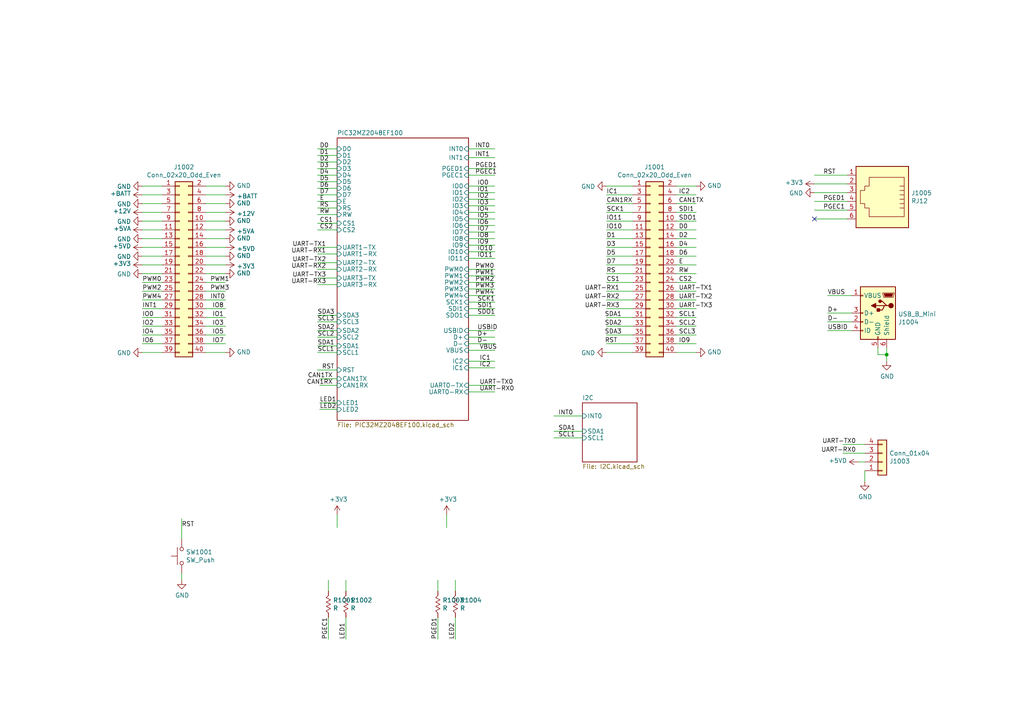
<source format=kicad_sch>
(kicad_sch (version 20211123) (generator eeschema)
  (paper "A4")
  (lib_symbols
    (symbol "CEN-SCHEMA:R" (pin_numbers hide) (pin_names (offset 0))
      (property "Reference" "R" (at -1.27 2.54 90))
      (property "Value" "R" (at 1.27 2.54 90))
      (symbol "R_0_1"
        (polyline (pts (xy 0 0) (xy -0.635 -0.635) (xy 0.635 -1.27) (xy -0.635 -1.905) (xy 0.635 -2.54) (xy -0.635 -3.175) (xy 0.635 -3.81) (xy 0.635 -3.81) (xy -0.635 -4.445) (xy 0 -5.08) (xy 0 -5.08)))
      )
      (symbol "R_1_1"
        (pin passive line (at 0 1.27 270) (length 1.27) (name "~") (number "1"))
        (pin passive line (at 0 -6.35 90) (length 1.27) (name "~") (number "2"))
      )
    )
    (symbol "Connector:RJ12" (pin_names (offset 1.016))
      (property "Reference" "J" (at -5.08 11.43 0))
      (property "Value" "RJ12" (at 2.54 11.43 0))
      (symbol "RJ12_0_1"
        (polyline (pts (xy -6.35 -1.905) (xy -5.08 -1.905) (xy -5.08 -1.905)))
        (polyline (pts (xy -6.35 -0.635) (xy -5.08 -0.635) (xy -5.08 -0.635)))
        (polyline (pts (xy -6.35 0.635) (xy -5.08 0.635) (xy -5.08 0.635)))
        (polyline (pts (xy -6.35 1.905) (xy -5.08 1.905) (xy -5.08 1.905)))
        (polyline (pts (xy -6.35 3.175) (xy -5.08 3.175) (xy -5.08 3.175)))
        (polyline (pts (xy -5.08 4.445) (xy -6.35 4.445) (xy -6.35 4.445)))
        (polyline (pts (xy -6.35 -4.445) (xy -6.35 6.985) (xy 3.81 6.985) (xy 3.81 4.445) (xy 5.08 4.445) (xy 5.08 3.175) (xy 6.35 3.175) (xy 6.35 -0.635) (xy 5.08 -0.635) (xy 5.08 -1.905) (xy 3.81 -1.905) (xy 3.81 -4.445) (xy -6.35 -4.445) (xy -6.35 -4.445)))
        (rectangle (start 7.62 10.16) (end -7.62 -7.62) (stroke (width 0.254)) (fill (type background)))
      )
      (symbol "RJ12_1_1"
        (pin passive line (at 10.16 -5.08 180) (length 2.54) (name "~") (number "1"))
        (pin passive line (at 10.16 -2.54 180) (length 2.54) (name "~") (number "2"))
        (pin passive line (at 10.16 0 180) (length 2.54) (name "~") (number "3"))
        (pin passive line (at 10.16 2.54 180) (length 2.54) (name "~") (number "4"))
        (pin passive line (at 10.16 5.08 180) (length 2.54) (name "~") (number "5"))
        (pin passive line (at 10.16 7.62 180) (length 2.54) (name "~") (number "6"))
      )
    )
    (symbol "Connector:USB_B_Mini" (pin_names (offset 1.016))
      (property "Reference" "J" (at -5.08 11.43 0))
      (property "Value" "USB_B_Mini" (at -5.08 8.89 0))
      (symbol "USB_B_Mini_0_1"
        (rectangle (start -5.08 -7.62) (end 5.08 7.62) (stroke (width 0.254)) (fill (type background)))
        (circle (center -3.81 2.159) (radius 0.635) (stroke (width 0.254)) (fill (type outline)))
        (circle (center -0.635 3.429) (radius 0.381) (stroke (width 0.254)) (fill (type outline)))
        (rectangle (start -0.127 -7.62) (end 0.127 -6.858))
        (polyline (pts (xy -1.905 2.159) (xy 0.635 2.159)) (stroke (width 0.254)))
        (polyline (pts (xy -3.175 2.159) (xy -2.54 2.159) (xy -1.27 3.429) (xy -0.635 3.429)) (stroke (width 0.254)))
        (polyline (pts (xy -2.54 2.159) (xy -1.905 2.159) (xy -1.27 0.889) (xy 0 0.889)) (stroke (width 0.254)))
        (polyline (pts (xy 0.635 2.794) (xy 0.635 1.524) (xy 1.905 2.159) (xy 0.635 2.794)) (stroke (width 0.254)) (fill (type outline)))
        (polyline (pts (xy -4.318 5.588) (xy -1.778 5.588) (xy -2.032 4.826) (xy -4.064 4.826) (xy -4.318 5.588)) (fill (type outline)))
        (polyline (pts (xy -4.699 5.842) (xy -4.699 5.588) (xy -4.445 4.826) (xy -4.445 4.572) (xy -1.651 4.572) (xy -1.651 4.826) (xy -1.397 5.588) (xy -1.397 5.842) (xy -4.699 5.842)))
        (rectangle (start 0.254 1.27) (end -0.508 0.508) (stroke (width 0.254)) (fill (type outline)))
        (rectangle (start 5.08 -5.207) (end 4.318 -4.953))
        (rectangle (start 5.08 -2.667) (end 4.318 -2.413))
        (rectangle (start 5.08 -0.127) (end 4.318 0.127))
        (rectangle (start 5.08 4.953) (end 4.318 5.207))
      )
      (symbol "USB_B_Mini_1_1"
        (pin power_out line (at 7.62 5.08 180) (length 2.54) (name "VBUS") (number "1"))
        (pin bidirectional line (at 7.62 -2.54 180) (length 2.54) (name "D-") (number "2"))
        (pin bidirectional line (at 7.62 0 180) (length 2.54) (name "D+") (number "3"))
        (pin passive line (at 7.62 -5.08 180) (length 2.54) (name "ID") (number "4"))
        (pin power_out line (at 0 -10.16 90) (length 2.54) (name "GND") (number "5"))
        (pin passive line (at -2.54 -10.16 90) (length 2.54) (name "Shield") (number "6"))
      )
    )
    (symbol "Connector_Generic:Conn_01x04" (pin_names (offset 1.016) hide)
      (property "Reference" "J" (at 0 5.08 0))
      (property "Value" "Conn_01x04" (at 0 -7.62 0))
      (symbol "Conn_01x04_1_1"
        (rectangle (start -1.27 -4.953) (end 0 -5.207) (stroke (width 0.1524)))
        (rectangle (start -1.27 -2.413) (end 0 -2.667) (stroke (width 0.1524)))
        (rectangle (start -1.27 0.127) (end 0 -0.127) (stroke (width 0.1524)))
        (rectangle (start -1.27 2.667) (end 0 2.413) (stroke (width 0.1524)))
        (rectangle (start -1.27 3.81) (end 1.27 -6.35) (stroke (width 0.254)) (fill (type background)))
        (pin passive line (at -5.08 2.54 0) (length 3.81) (name "Pin_1") (number "1"))
        (pin passive line (at -5.08 0 0) (length 3.81) (name "Pin_2") (number "2"))
        (pin passive line (at -5.08 -2.54 0) (length 3.81) (name "Pin_3") (number "3"))
        (pin passive line (at -5.08 -5.08 0) (length 3.81) (name "Pin_4") (number "4"))
      )
    )
    (symbol "Connector_Generic:Conn_02x20_Odd_Even" (pin_names (offset 1.016) hide)
      (property "Reference" "J" (at 1.27 25.4 0))
      (property "Value" "Conn_02x20_Odd_Even" (at 1.27 -27.94 0))
      (symbol "Conn_02x20_Odd_Even_1_1"
        (rectangle (start -1.27 -25.273) (end 0 -25.527) (stroke (width 0.1524)))
        (rectangle (start -1.27 -22.733) (end 0 -22.987) (stroke (width 0.1524)))
        (rectangle (start -1.27 -20.193) (end 0 -20.447) (stroke (width 0.1524)))
        (rectangle (start -1.27 -17.653) (end 0 -17.907) (stroke (width 0.1524)))
        (rectangle (start -1.27 -15.113) (end 0 -15.367) (stroke (width 0.1524)))
        (rectangle (start -1.27 -12.573) (end 0 -12.827) (stroke (width 0.1524)))
        (rectangle (start -1.27 -10.033) (end 0 -10.287) (stroke (width 0.1524)))
        (rectangle (start -1.27 -7.493) (end 0 -7.747) (stroke (width 0.1524)))
        (rectangle (start -1.27 -4.953) (end 0 -5.207) (stroke (width 0.1524)))
        (rectangle (start -1.27 -2.413) (end 0 -2.667) (stroke (width 0.1524)))
        (rectangle (start -1.27 0.127) (end 0 -0.127) (stroke (width 0.1524)))
        (rectangle (start -1.27 2.667) (end 0 2.413) (stroke (width 0.1524)))
        (rectangle (start -1.27 5.207) (end 0 4.953) (stroke (width 0.1524)))
        (rectangle (start -1.27 7.747) (end 0 7.493) (stroke (width 0.1524)))
        (rectangle (start -1.27 10.287) (end 0 10.033) (stroke (width 0.1524)))
        (rectangle (start -1.27 12.827) (end 0 12.573) (stroke (width 0.1524)))
        (rectangle (start -1.27 15.367) (end 0 15.113) (stroke (width 0.1524)))
        (rectangle (start -1.27 17.907) (end 0 17.653) (stroke (width 0.1524)))
        (rectangle (start -1.27 20.447) (end 0 20.193) (stroke (width 0.1524)))
        (rectangle (start -1.27 22.987) (end 0 22.733) (stroke (width 0.1524)))
        (rectangle (start -1.27 24.13) (end 3.81 -26.67) (stroke (width 0.254)) (fill (type background)))
        (rectangle (start 3.81 -25.273) (end 2.54 -25.527) (stroke (width 0.1524)))
        (rectangle (start 3.81 -22.733) (end 2.54 -22.987) (stroke (width 0.1524)))
        (rectangle (start 3.81 -20.193) (end 2.54 -20.447) (stroke (width 0.1524)))
        (rectangle (start 3.81 -17.653) (end 2.54 -17.907) (stroke (width 0.1524)))
        (rectangle (start 3.81 -15.113) (end 2.54 -15.367) (stroke (width 0.1524)))
        (rectangle (start 3.81 -12.573) (end 2.54 -12.827) (stroke (width 0.1524)))
        (rectangle (start 3.81 -10.033) (end 2.54 -10.287) (stroke (width 0.1524)))
        (rectangle (start 3.81 -7.493) (end 2.54 -7.747) (stroke (width 0.1524)))
        (rectangle (start 3.81 -4.953) (end 2.54 -5.207) (stroke (width 0.1524)))
        (rectangle (start 3.81 -2.413) (end 2.54 -2.667) (stroke (width 0.1524)))
        (rectangle (start 3.81 0.127) (end 2.54 -0.127) (stroke (width 0.1524)))
        (rectangle (start 3.81 2.667) (end 2.54 2.413) (stroke (width 0.1524)))
        (rectangle (start 3.81 5.207) (end 2.54 4.953) (stroke (width 0.1524)))
        (rectangle (start 3.81 7.747) (end 2.54 7.493) (stroke (width 0.1524)))
        (rectangle (start 3.81 10.287) (end 2.54 10.033) (stroke (width 0.1524)))
        (rectangle (start 3.81 12.827) (end 2.54 12.573) (stroke (width 0.1524)))
        (rectangle (start 3.81 15.367) (end 2.54 15.113) (stroke (width 0.1524)))
        (rectangle (start 3.81 17.907) (end 2.54 17.653) (stroke (width 0.1524)))
        (rectangle (start 3.81 20.447) (end 2.54 20.193) (stroke (width 0.1524)))
        (rectangle (start 3.81 22.987) (end 2.54 22.733) (stroke (width 0.1524)))
        (pin passive line (at -5.08 22.86 0) (length 3.81) (name "Pin_1") (number "1"))
        (pin passive line (at 7.62 12.7 180) (length 3.81) (name "Pin_10") (number "10"))
        (pin passive line (at -5.08 10.16 0) (length 3.81) (name "Pin_11") (number "11"))
        (pin passive line (at 7.62 10.16 180) (length 3.81) (name "Pin_12") (number "12"))
        (pin passive line (at -5.08 7.62 0) (length 3.81) (name "Pin_13") (number "13"))
        (pin passive line (at 7.62 7.62 180) (length 3.81) (name "Pin_14") (number "14"))
        (pin passive line (at -5.08 5.08 0) (length 3.81) (name "Pin_15") (number "15"))
        (pin passive line (at 7.62 5.08 180) (length 3.81) (name "Pin_16") (number "16"))
        (pin passive line (at -5.08 2.54 0) (length 3.81) (name "Pin_17") (number "17"))
        (pin passive line (at 7.62 2.54 180) (length 3.81) (name "Pin_18") (number "18"))
        (pin passive line (at -5.08 0 0) (length 3.81) (name "Pin_19") (number "19"))
        (pin passive line (at 7.62 22.86 180) (length 3.81) (name "Pin_2") (number "2"))
        (pin passive line (at 7.62 0 180) (length 3.81) (name "Pin_20") (number "20"))
        (pin passive line (at -5.08 -2.54 0) (length 3.81) (name "Pin_21") (number "21"))
        (pin passive line (at 7.62 -2.54 180) (length 3.81) (name "Pin_22") (number "22"))
        (pin passive line (at -5.08 -5.08 0) (length 3.81) (name "Pin_23") (number "23"))
        (pin passive line (at 7.62 -5.08 180) (length 3.81) (name "Pin_24") (number "24"))
        (pin passive line (at -5.08 -7.62 0) (length 3.81) (name "Pin_25") (number "25"))
        (pin passive line (at 7.62 -7.62 180) (length 3.81) (name "Pin_26") (number "26"))
        (pin passive line (at -5.08 -10.16 0) (length 3.81) (name "Pin_27") (number "27"))
        (pin passive line (at 7.62 -10.16 180) (length 3.81) (name "Pin_28") (number "28"))
        (pin passive line (at -5.08 -12.7 0) (length 3.81) (name "Pin_29") (number "29"))
        (pin passive line (at -5.08 20.32 0) (length 3.81) (name "Pin_3") (number "3"))
        (pin passive line (at 7.62 -12.7 180) (length 3.81) (name "Pin_30") (number "30"))
        (pin passive line (at -5.08 -15.24 0) (length 3.81) (name "Pin_31") (number "31"))
        (pin passive line (at 7.62 -15.24 180) (length 3.81) (name "Pin_32") (number "32"))
        (pin passive line (at -5.08 -17.78 0) (length 3.81) (name "Pin_33") (number "33"))
        (pin passive line (at 7.62 -17.78 180) (length 3.81) (name "Pin_34") (number "34"))
        (pin passive line (at -5.08 -20.32 0) (length 3.81) (name "Pin_35") (number "35"))
        (pin passive line (at 7.62 -20.32 180) (length 3.81) (name "Pin_36") (number "36"))
        (pin passive line (at -5.08 -22.86 0) (length 3.81) (name "Pin_37") (number "37"))
        (pin passive line (at 7.62 -22.86 180) (length 3.81) (name "Pin_38") (number "38"))
        (pin passive line (at -5.08 -25.4 0) (length 3.81) (name "Pin_39") (number "39"))
        (pin passive line (at 7.62 20.32 180) (length 3.81) (name "Pin_4") (number "4"))
        (pin passive line (at 7.62 -25.4 180) (length 3.81) (name "Pin_40") (number "40"))
        (pin passive line (at -5.08 17.78 0) (length 3.81) (name "Pin_5") (number "5"))
        (pin passive line (at 7.62 17.78 180) (length 3.81) (name "Pin_6") (number "6"))
        (pin passive line (at -5.08 15.24 0) (length 3.81) (name "Pin_7") (number "7"))
        (pin passive line (at 7.62 15.24 180) (length 3.81) (name "Pin_8") (number "8"))
        (pin passive line (at -5.08 12.7 0) (length 3.81) (name "Pin_9") (number "9"))
      )
    )
    (symbol "Switch:SW_Push" (pin_numbers hide) (pin_names (offset 1.016) hide)
      (property "Reference" "SW" (at 1.27 2.54 0))
      (property "Value" "SW_Push" (at 0 -1.524 0))
      (symbol "SW_Push_0_1"
        (circle (center -2.032 0) (radius 0.508))
        (polyline (pts (xy 0 1.27) (xy 0 3.048)))
        (polyline (pts (xy 2.54 1.27) (xy -2.54 1.27)))
        (circle (center 2.032 0) (radius 0.508))
        (pin passive line (at -5.08 0 0) (length 2.54) (name "1") (number "1"))
        (pin passive line (at 5.08 0 180) (length 2.54) (name "2") (number "2"))
      )
    )
    (symbol "power:+12V" (power) (pin_names (offset 0))
      (property "Value" "+12V" (at 0 3.556 0))
      (symbol "+12V_0_1"
        (polyline (pts (xy -0.762 1.27) (xy 0 2.54)))
        (polyline (pts (xy 0 0) (xy 0 2.54)))
        (polyline (pts (xy 0 2.54) (xy 0.762 1.27)))
      )
      (symbol "+12V_1_1"
        (pin power_in line (at 0 0 90) (length 0) hide (name "+12V") (number "1"))
      )
    )
    (symbol "power:+3.3V" (power) (pin_names (offset 0))
      (property "Value" "+3.3V" (at 0 3.556 0))
      (symbol "+3.3V_0_1"
        (polyline (pts (xy -0.762 1.27) (xy 0 2.54)))
        (polyline (pts (xy 0 0) (xy 0 2.54)))
        (polyline (pts (xy 0 2.54) (xy 0.762 1.27)))
      )
      (symbol "+3.3V_1_1"
        (pin power_in line (at 0 0 90) (length 0) hide (name "+3V3") (number "1"))
      )
    )
    (symbol "power:+5VA" (power) (pin_names (offset 0))
      (property "Value" "+5VA" (at 0 3.556 0))
      (symbol "+5VA_0_1"
        (polyline (pts (xy -0.762 1.27) (xy 0 2.54)))
        (polyline (pts (xy 0 0) (xy 0 2.54)))
        (polyline (pts (xy 0 2.54) (xy 0.762 1.27)))
      )
      (symbol "+5VA_1_1"
        (pin power_in line (at 0 0 90) (length 0) hide (name "+5VA") (number "1"))
      )
    )
    (symbol "power:+5VD" (power) (pin_names (offset 0))
      (property "Value" "+5VD" (at 0 3.556 0))
      (symbol "+5VD_0_1"
        (polyline (pts (xy -0.762 1.27) (xy 0 2.54)))
        (polyline (pts (xy 0 0) (xy 0 2.54)))
        (polyline (pts (xy 0 2.54) (xy 0.762 1.27)))
      )
      (symbol "+5VD_1_1"
        (pin power_in line (at 0 0 90) (length 0) hide (name "+5VD") (number "1"))
      )
    )
    (symbol "power:+BATT" (power) (pin_names (offset 0))
      (property "Value" "+BATT" (at 0 3.556 0))
      (symbol "+BATT_0_1"
        (polyline (pts (xy -0.762 1.27) (xy 0 2.54)))
        (polyline (pts (xy 0 0) (xy 0 2.54)))
        (polyline (pts (xy 0 2.54) (xy 0.762 1.27)))
      )
      (symbol "+BATT_1_1"
        (pin power_in line (at 0 0 90) (length 0) hide (name "+BATT") (number "1"))
      )
    )
    (symbol "power:GND" (power) (pin_names (offset 0))
      (property "Value" "GND" (at 0 -3.81 0))
      (symbol "GND_0_1"
        (polyline (pts (xy 0 0) (xy 0 -1.27) (xy 1.27 -1.27) (xy 0 -2.54) (xy -1.27 -1.27) (xy 0 -1.27)))
      )
      (symbol "GND_1_1"
        (pin power_in line (at 0 0 270) (length 0) hide (name "GND") (number "1"))
      )
    )
  )
  (junction (at 257.175 102.87))
  (no_connect (at 236.22 63.5))
  (wire (pts (xy 135.89 78.105) (xy 143.51 78.105)))
  (wire (pts (xy 201.93 92.075) (xy 196.215 92.075)))
  (wire (pts (xy 92.075 56.515) (xy 97.79 56.515)))
  (wire (pts (xy 46.99 53.975) (xy 41.275 53.975)))
  (wire (pts (xy 183.515 71.755) (xy 175.895 71.755)))
  (wire (pts (xy 143.51 99.695) (xy 135.89 99.695)))
  (wire (pts (xy 129.54 153.035) (xy 129.54 149.225)))
  (wire (pts (xy 135.89 71.12) (xy 143.51 71.12)))
  (wire (pts (xy 183.515 84.455) (xy 175.895 84.455)))
  (wire (pts (xy 92.075 58.42) (xy 97.79 58.42)))
  (wire (pts (xy 135.89 83.82) (xy 143.51 83.82)))
  (wire (pts (xy 247.015 95.885) (xy 240.03 95.885)))
  (wire (pts (xy 143.51 106.68) (xy 135.89 106.68)))
  (wire (pts (xy 92.075 71.755) (xy 97.79 71.755)))
  (wire (pts (xy 183.515 102.235) (xy 175.895 102.235)))
  (wire (pts (xy 183.515 99.695) (xy 175.895 99.695)))
  (wire (pts (xy 183.515 53.975) (xy 175.895 53.975)))
  (wire (pts (xy 201.93 56.515) (xy 196.215 56.515)))
  (wire (pts (xy 46.99 59.055) (xy 41.275 59.055)))
  (wire (pts (xy 201.93 81.915) (xy 196.215 81.915)))
  (wire (pts (xy 183.515 89.535) (xy 175.895 89.535)))
  (wire (pts (xy 257.175 102.87) (xy 257.175 100.965)))
  (wire (pts (xy 95.25 179.07) (xy 95.25 185.42)))
  (wire (pts (xy 92.075 82.55) (xy 97.79 82.55)))
  (wire (pts (xy 247.015 85.725) (xy 240.03 85.725)))
  (wire (pts (xy 95.25 168.275) (xy 95.25 171.45)))
  (wire (pts (xy 65.405 71.755) (xy 59.69 71.755)))
  (wire (pts (xy 46.99 84.455) (xy 41.275 84.455)))
  (wire (pts (xy 46.99 71.755) (xy 41.275 71.755)))
  (wire (pts (xy 65.405 64.135) (xy 59.69 64.135)))
  (wire (pts (xy 92.075 62.23) (xy 97.79 62.23)))
  (wire (pts (xy 183.515 97.155) (xy 175.895 97.155)))
  (wire (pts (xy 236.22 58.42) (xy 245.745 58.42)))
  (wire (pts (xy 97.79 107.315) (xy 92.075 107.315)))
  (wire (pts (xy 201.93 102.235) (xy 196.215 102.235)))
  (wire (pts (xy 257.175 102.87) (xy 257.175 104.775)))
  (wire (pts (xy 52.705 166.37) (xy 52.705 168.275)))
  (wire (pts (xy 46.99 69.215) (xy 41.275 69.215)))
  (wire (pts (xy 135.89 65.405) (xy 143.51 65.405)))
  (wire (pts (xy 143.51 43.18) (xy 135.89 43.18)))
  (wire (pts (xy 92.71 111.76) (xy 97.79 111.76)))
  (wire (pts (xy 65.405 81.915) (xy 59.69 81.915)))
  (wire (pts (xy 201.93 86.995) (xy 196.215 86.995)))
  (wire (pts (xy 65.405 69.215) (xy 59.69 69.215)))
  (wire (pts (xy 236.22 55.88) (xy 245.745 55.88)))
  (wire (pts (xy 46.99 61.595) (xy 41.275 61.595)))
  (wire (pts (xy 92.075 97.79) (xy 97.79 97.79)))
  (wire (pts (xy 135.89 69.215) (xy 143.51 69.215)))
  (wire (pts (xy 175.895 79.375) (xy 183.515 79.375)))
  (wire (pts (xy 92.075 52.705) (xy 97.79 52.705)))
  (wire (pts (xy 143.51 45.72) (xy 135.89 45.72)))
  (wire (pts (xy 92.075 46.99) (xy 97.79 46.99)))
  (wire (pts (xy 135.89 63.5) (xy 143.51 63.5)))
  (wire (pts (xy 183.515 69.215) (xy 175.895 69.215)))
  (wire (pts (xy 183.515 74.295) (xy 175.895 74.295)))
  (wire (pts (xy 143.51 101.6) (xy 135.89 101.6)))
  (wire (pts (xy 46.99 99.695) (xy 41.275 99.695)))
  (wire (pts (xy 127 168.275) (xy 127 171.45)))
  (wire (pts (xy 65.405 61.595) (xy 59.69 61.595)))
  (wire (pts (xy 65.405 99.695) (xy 59.69 99.695)))
  (wire (pts (xy 92.075 73.66) (xy 97.79 73.66)))
  (wire (pts (xy 236.22 50.8) (xy 245.745 50.8)))
  (wire (pts (xy 143.51 74.93) (xy 135.89 74.93)))
  (wire (pts (xy 46.99 64.135) (xy 41.275 64.135)))
  (wire (pts (xy 135.89 55.88) (xy 143.51 55.88)))
  (wire (pts (xy 183.515 66.675) (xy 175.895 66.675)))
  (wire (pts (xy 100.33 168.275) (xy 100.33 171.45)))
  (wire (pts (xy 236.22 53.34) (xy 245.745 53.34)))
  (wire (pts (xy 201.93 74.295) (xy 196.215 74.295)))
  (wire (pts (xy 46.99 97.155) (xy 41.275 97.155)))
  (wire (pts (xy 92.075 93.345) (xy 97.79 93.345)))
  (wire (pts (xy 247.015 93.345) (xy 240.03 93.345)))
  (wire (pts (xy 65.405 84.455) (xy 59.69 84.455)))
  (wire (pts (xy 201.93 99.695) (xy 196.215 99.695)))
  (wire (pts (xy 135.89 81.915) (xy 143.51 81.915)))
  (wire (pts (xy 183.515 92.075) (xy 175.895 92.075)))
  (wire (pts (xy 135.89 61.595) (xy 143.51 61.595)))
  (wire (pts (xy 236.22 60.96) (xy 245.745 60.96)))
  (wire (pts (xy 143.51 50.8) (xy 135.89 50.8)))
  (wire (pts (xy 183.515 56.515) (xy 175.895 56.515)))
  (wire (pts (xy 46.99 86.995) (xy 41.275 86.995)))
  (wire (pts (xy 183.515 76.835) (xy 175.895 76.835)))
  (wire (pts (xy 135.89 95.885) (xy 143.51 95.885)))
  (wire (pts (xy 201.93 84.455) (xy 196.215 84.455)))
  (wire (pts (xy 65.405 53.975) (xy 59.69 53.975)))
  (wire (pts (xy 65.405 86.995) (xy 59.69 86.995)))
  (wire (pts (xy 143.51 87.63) (xy 135.89 87.63)))
  (wire (pts (xy 65.405 56.515) (xy 59.69 56.515)))
  (wire (pts (xy 92.075 91.44) (xy 97.79 91.44)))
  (wire (pts (xy 201.93 69.215) (xy 196.215 69.215)))
  (wire (pts (xy 65.405 102.235) (xy 59.69 102.235)))
  (wire (pts (xy 201.93 59.055) (xy 196.215 59.055)))
  (wire (pts (xy 160.655 120.65) (xy 168.91 120.65)))
  (wire (pts (xy 135.89 80.01) (xy 143.51 80.01)))
  (wire (pts (xy 254.635 100.965) (xy 254.635 102.87)))
  (wire (pts (xy 135.89 59.69) (xy 143.51 59.69)))
  (wire (pts (xy 46.99 94.615) (xy 41.275 94.615)))
  (wire (pts (xy 254.635 102.87) (xy 257.175 102.87)))
  (wire (pts (xy 92.71 109.855) (xy 97.79 109.855)))
  (wire (pts (xy 250.825 136.525) (xy 250.825 139.7)))
  (wire (pts (xy 160.655 127) (xy 168.91 127)))
  (wire (pts (xy 135.89 67.31) (xy 143.51 67.31)))
  (wire (pts (xy 250.825 131.445) (xy 244.475 131.445)))
  (wire (pts (xy 46.99 66.675) (xy 41.275 66.675)))
  (wire (pts (xy 92.075 48.895) (xy 97.79 48.895)))
  (wire (pts (xy 143.51 113.665) (xy 135.89 113.665)))
  (wire (pts (xy 201.93 94.615) (xy 196.215 94.615)))
  (wire (pts (xy 46.99 74.295) (xy 41.275 74.295)))
  (wire (pts (xy 46.99 102.235) (xy 41.275 102.235)))
  (wire (pts (xy 65.405 79.375) (xy 59.69 79.375)))
  (wire (pts (xy 201.93 89.535) (xy 196.215 89.535)))
  (wire (pts (xy 201.93 79.375) (xy 196.215 79.375)))
  (wire (pts (xy 46.99 56.515) (xy 41.275 56.515)))
  (wire (pts (xy 135.89 97.79) (xy 143.51 97.79)))
  (wire (pts (xy 135.89 85.725) (xy 143.51 85.725)))
  (wire (pts (xy 46.99 79.375) (xy 41.275 79.375)))
  (wire (pts (xy 92.71 118.745) (xy 97.79 118.745)))
  (wire (pts (xy 183.515 61.595) (xy 175.895 61.595)))
  (wire (pts (xy 236.22 63.5) (xy 245.745 63.5)))
  (wire (pts (xy 201.93 97.155) (xy 196.215 97.155)))
  (wire (pts (xy 183.515 86.995) (xy 175.895 86.995)))
  (wire (pts (xy 160.655 125.095) (xy 168.91 125.095)))
  (wire (pts (xy 183.515 81.915) (xy 175.895 81.915)))
  (wire (pts (xy 46.99 92.075) (xy 41.275 92.075)))
  (wire (pts (xy 65.405 59.055) (xy 59.69 59.055)))
  (wire (pts (xy 92.075 50.8) (xy 97.79 50.8)))
  (wire (pts (xy 201.93 76.835) (xy 196.215 76.835)))
  (wire (pts (xy 201.93 71.755) (xy 196.215 71.755)))
  (wire (pts (xy 183.515 64.135) (xy 175.895 64.135)))
  (wire (pts (xy 92.075 95.885) (xy 97.79 95.885)))
  (wire (pts (xy 183.515 59.055) (xy 175.895 59.055)))
  (wire (pts (xy 92.075 64.77) (xy 97.79 64.77)))
  (wire (pts (xy 65.405 94.615) (xy 59.69 94.615)))
  (wire (pts (xy 92.075 43.18) (xy 97.79 43.18)))
  (wire (pts (xy 135.89 111.76) (xy 143.51 111.76)))
  (wire (pts (xy 143.51 89.535) (xy 135.89 89.535)))
  (wire (pts (xy 52.705 156.21) (xy 52.705 150.495)))
  (wire (pts (xy 65.405 76.835) (xy 59.69 76.835)))
  (wire (pts (xy 143.51 73.025) (xy 135.89 73.025)))
  (wire (pts (xy 65.405 92.075) (xy 59.69 92.075)))
  (wire (pts (xy 201.93 66.675) (xy 196.215 66.675)))
  (wire (pts (xy 250.825 128.905) (xy 244.475 128.905)))
  (wire (pts (xy 201.93 53.975) (xy 196.215 53.975)))
  (wire (pts (xy 92.075 76.2) (xy 97.79 76.2)))
  (wire (pts (xy 92.075 54.61) (xy 97.79 54.61)))
  (wire (pts (xy 65.405 97.155) (xy 59.69 97.155)))
  (wire (pts (xy 201.93 61.595) (xy 196.215 61.595)))
  (wire (pts (xy 100.33 179.07) (xy 100.33 185.42)))
  (wire (pts (xy 183.515 94.615) (xy 175.895 94.615)))
  (wire (pts (xy 46.99 76.835) (xy 41.275 76.835)))
  (wire (pts (xy 65.405 89.535) (xy 59.69 89.535)))
  (wire (pts (xy 92.075 100.33) (xy 97.79 100.33)))
  (wire (pts (xy 135.89 57.785) (xy 143.51 57.785)))
  (wire (pts (xy 97.79 153.035) (xy 97.79 149.225)))
  (wire (pts (xy 143.51 91.44) (xy 135.89 91.44)))
  (wire (pts (xy 92.075 78.105) (xy 97.79 78.105)))
  (wire (pts (xy 132.08 179.07) (xy 132.08 185.42)))
  (wire (pts (xy 92.71 116.84) (xy 97.79 116.84)))
  (wire (pts (xy 201.93 64.135) (xy 196.215 64.135)))
  (wire (pts (xy 135.89 48.895) (xy 143.51 48.895)))
  (wire (pts (xy 247.015 90.805) (xy 240.03 90.805)))
  (wire (pts (xy 132.08 168.275) (xy 132.08 171.45)))
  (wire (pts (xy 65.405 74.295) (xy 59.69 74.295)))
  (wire (pts (xy 46.99 81.915) (xy 41.275 81.915)))
  (wire (pts (xy 143.51 104.775) (xy 135.89 104.775)))
  (wire (pts (xy 65.405 66.675) (xy 59.69 66.675)))
  (wire (pts (xy 92.075 80.645) (xy 97.79 80.645)))
  (wire (pts (xy 92.075 45.085) (xy 97.79 45.085)))
  (wire (pts (xy 92.075 102.235) (xy 97.79 102.235)))
  (wire (pts (xy 92.075 60.325) (xy 97.79 60.325)))
  (wire (pts (xy 135.89 53.975) (xy 143.51 53.975)))
  (wire (pts (xy 92.075 66.675) (xy 97.79 66.675)))
  (wire (pts (xy 127 179.07) (xy 127 185.42)))
  (wire (pts (xy 46.99 89.535) (xy 41.275 89.535)))
  (wire (pts (xy 250.825 133.985) (xy 248.92 133.985)))
  (label "IO3" (at 138.43 59.69 0))
  (label "IO3" (at 61.595 94.615 0))
  (label "RW" (at 196.85 79.375 0))
  (label "SCL1" (at 161.925 127 0))
  (label "IO11" (at 175.895 64.135 0))
  (label "IC2" (at 139.065 106.68 0))
  (label "IC2" (at 196.85 56.515 0))
  (label "UART-TX0" (at 248.285 128.905 180))
  (label "SDA2" (at 92.075 95.885 0))
  (label "PGED1" (at 137.795 48.895 0))
  (label "USBID" (at 138.43 95.885 0))
  (label "SCL2" (at 196.85 94.615 0))
  (label "RST" (at 93.345 107.315 0))
  (label "CS1" (at 175.895 81.915 0))
  (label "D5" (at 175.895 74.295 0))
  (label "UART-RX1" (at 94.615 73.66 180))
  (label "LED1" (at 100.33 185.42 90))
  (label "CAN1RX" (at 175.895 59.055 0))
  (label "SCL1" (at 92.075 102.235 0))
  (label "D3" (at 175.895 71.755 0))
  (label "UART-TX2" (at 196.85 86.995 0))
  (label "IO7" (at 138.43 67.31 0))
  (label "IC1" (at 175.895 56.515 0))
  (label "PGEC1" (at 95.25 185.42 90))
  (label "D1" (at 92.71 45.085 0))
  (label "D3" (at 92.71 48.895 0))
  (label "IO6" (at 138.43 65.405 0))
  (label "INT0" (at 161.925 120.65 0))
  (label "IO9" (at 138.43 71.12 0))
  (label "INT1" (at 137.795 45.72 0))
  (label "D0" (at 196.85 66.675 0))
  (label "D7" (at 175.895 76.835 0))
  (label "PWM2" (at 41.275 84.455 0))
  (label "D2" (at 92.71 46.99 0))
  (label "CAN1RX" (at 96.52 111.76 180))
  (label "D-" (at 240.03 93.345 0))
  (label "SCL3" (at 196.85 97.155 0))
  (label "VBUS" (at 139.065 101.6 0))
  (label "UART-RX0" (at 139.065 113.665 0))
  (label "IO1" (at 138.43 55.88 0))
  (label "E" (at 196.85 76.835 0))
  (label "INT0" (at 137.795 43.18 0))
  (label "VBUS" (at 240.03 85.725 0))
  (label "UART-TX0" (at 139.065 111.76 0))
  (label "SCL3" (at 92.075 93.345 0))
  (label "IO0" (at 41.275 92.075 0))
  (label "PWM3" (at 60.96 84.455 0))
  (label "INT0" (at 60.96 86.995 0))
  (label "D4" (at 196.85 71.755 0))
  (label "IO4" (at 138.43 61.595 0))
  (label "RS" (at 175.895 79.375 0))
  (label "D4" (at 92.71 50.8 0))
  (label "IO10" (at 138.43 73.025 0))
  (label "SDO1" (at 138.43 91.44 0))
  (label "IO2" (at 138.43 57.785 0))
  (label "PWM4" (at 137.795 85.725 0))
  (label "LED1" (at 92.71 116.84 0))
  (label "D+" (at 240.03 90.805 0))
  (label "CS2" (at 92.71 66.675 0))
  (label "UART-RX3" (at 94.615 82.55 180))
  (label "UART-TX3" (at 196.85 89.535 0))
  (label "D6" (at 196.85 74.295 0))
  (label "SDI1" (at 196.85 61.595 0))
  (label "UART-RX0" (at 248.285 131.445 180))
  (label "PGED1" (at 238.76 58.42 0))
  (label "SCK1" (at 138.43 87.63 0))
  (label "SDA1" (at 92.075 100.33 0))
  (label "SCK1" (at 175.895 61.595 0))
  (label "UART-RX2" (at 94.615 78.105 180))
  (label "SDA1" (at 180.34 92.075 180))
  (label "RW" (at 92.71 62.23 0))
  (label "PWM1" (at 60.96 81.915 0))
  (label "RST" (at 52.705 153.035 0))
  (label "UART-RX2" (at 179.705 86.995 180))
  (label "LED2" (at 92.71 118.745 0))
  (label "IO6" (at 41.275 99.695 0))
  (label "IO10" (at 175.895 66.675 0))
  (label "SDA3" (at 92.075 91.44 0))
  (label "CAN1TX" (at 196.85 59.055 0))
  (label "LED2" (at 132.08 185.42 90))
  (label "SCL1" (at 196.85 92.075 0))
  (label "INT1" (at 41.275 89.535 0))
  (label "SCL2" (at 92.075 97.79 0))
  (label "IO2" (at 41.275 94.615 0))
  (label "SDI1" (at 138.43 89.535 0))
  (label "D-" (at 138.43 99.695 0))
  (label "IO4" (at 41.275 97.155 0))
  (label "IO9" (at 196.85 99.695 0))
  (label "D6" (at 92.71 54.61 0))
  (label "PWM0" (at 137.795 78.105 0))
  (label "CAN1TX" (at 96.52 109.855 180))
  (label "IO11" (at 138.43 74.93 0))
  (label "UART-TX2" (at 94.615 76.2 180))
  (label "PWM2" (at 137.795 81.915 0))
  (label "IC1" (at 139.065 104.775 0))
  (label "PWM0" (at 41.275 81.915 0))
  (label "SDA1" (at 161.925 125.095 0))
  (label "PWM4" (at 41.275 86.995 0))
  (label "D5" (at 92.71 52.705 0))
  (label "PGED1" (at 127 185.42 90))
  (label "D+" (at 138.43 97.79 0))
  (label "UART-TX3" (at 94.615 80.645 180))
  (label "IO8" (at 138.43 69.215 0))
  (label "SDA3" (at 180.34 97.155 180))
  (label "IO5" (at 61.595 97.155 0))
  (label "UART-RX1" (at 179.705 84.455 180))
  (label "IO5" (at 138.43 63.5 0))
  (label "SDO1" (at 196.85 64.135 0))
  (label "IO8" (at 61.595 89.535 0))
  (label "PWM1" (at 137.795 80.01 0))
  (label "SDA2" (at 180.34 94.615 180))
  (label "RS" (at 92.71 60.325 0))
  (label "IO7" (at 61.595 99.695 0))
  (label "PGEC1" (at 137.795 50.8 0))
  (label "CS2" (at 196.85 81.915 0))
  (label "D0" (at 92.71 43.18 0))
  (label "IO1" (at 61.595 92.075 0))
  (label "RST" (at 179.07 99.695 180))
  (label "IO0" (at 138.43 53.975 0))
  (label "PGEC1" (at 238.76 60.96 0))
  (label "D7" (at 92.71 56.515 0))
  (label "UART-RX3" (at 179.705 89.535 180))
  (label "CS1" (at 92.71 64.77 0))
  (label "RST" (at 238.76 50.8 0))
  (label "UART-TX1" (at 94.615 71.755 180))
  (label "PWM3" (at 137.795 83.82 0))
  (label "UART-TX1" (at 196.85 84.455 0))
  (label "USBID" (at 240.03 95.885 0))
  (label "D2" (at 196.85 69.215 0))
  (label "D1" (at 175.895 69.215 0))
  (label "E" (at 92.71 58.42 0))
  (symbol (lib_id "Connector_Generic:Conn_02x20_Odd_Even") (at 188.595 76.835 0) (unit 1)
    (property "Reference" "J1001" (at 189.865 48.4632 0))
    (property "Value" "Conn_02x20_Odd_Even" (at 189.865 50.7746 0))
    (property "Footprint" "Connector_PinSocket_2.54mm:PinSocket_2x20_P2.54mm_Vertical" (effects hide))
  )
  (symbol (lib_id "Connector_Generic:Conn_02x20_Odd_Even") (at 52.07 76.835 0) (unit 1)
    (property "Reference" "J1002" (at 53.34 48.4632 0))
    (property "Value" "Conn_02x20_Odd_Even" (at 53.34 50.7746 0))
    (property "Footprint" "Connector_PinSocket_2.54mm:PinSocket_2x20_P2.54mm_Vertical" (effects hide))
  )
  (symbol (lib_id "power:GND") (at 65.405 53.975 90) (unit 1)
    (property "Reference" "#PWR0101" (effects hide))
    (property "Value" "GND" (at 68.6562 53.848 90) (effects (justify right)))
  )
  (symbol (lib_id "power:GND") (at 65.405 59.055 90) (unit 1)
    (property "Reference" "#PWR0102" (effects hide))
    (property "Value" "GND" (at 68.6562 58.928 90) (effects (justify right)))
  )
  (symbol (lib_id "power:GND") (at 65.405 64.135 90) (unit 1)
    (property "Reference" "#PWR0103" (effects hide))
    (property "Value" "GND" (at 68.6562 64.008 90) (effects (justify right)))
  )
  (symbol (lib_id "power:GND") (at 65.405 69.215 90) (unit 1)
    (property "Reference" "#PWR0104" (effects hide))
    (property "Value" "GND" (at 68.6562 69.088 90) (effects (justify right)))
  )
  (symbol (lib_id "power:GND") (at 65.405 74.295 90) (unit 1)
    (property "Reference" "#PWR0105" (effects hide))
    (property "Value" "GND" (at 68.6562 74.168 90) (effects (justify right)))
  )
  (symbol (lib_id "power:GND") (at 41.275 74.295 270) (unit 1)
    (property "Reference" "#PWR0106" (effects hide))
    (property "Value" "GND" (at 38.0238 74.422 90) (effects (justify right)))
  )
  (symbol (lib_id "power:GND") (at 41.275 69.215 270) (unit 1)
    (property "Reference" "#PWR0107" (effects hide))
    (property "Value" "GND" (at 38.0238 69.342 90) (effects (justify right)))
  )
  (symbol (lib_id "power:GND") (at 41.275 64.135 270) (unit 1)
    (property "Reference" "#PWR0108" (effects hide))
    (property "Value" "GND" (at 38.0238 64.262 90) (effects (justify right)))
  )
  (symbol (lib_id "power:GND") (at 41.275 59.055 270) (unit 1)
    (property "Reference" "#PWR0109" (effects hide))
    (property "Value" "GND" (at 38.0238 59.182 90) (effects (justify right)))
  )
  (symbol (lib_id "power:GND") (at 41.275 53.975 270) (unit 1)
    (property "Reference" "#PWR0110" (effects hide))
    (property "Value" "GND" (at 38.0238 54.102 90) (effects (justify right)))
  )
  (symbol (lib_id "power:GND") (at 41.275 102.235 270) (unit 1)
    (property "Reference" "#PWR0111" (effects hide))
    (property "Value" "GND" (at 38.0238 102.362 90) (effects (justify right)))
  )
  (symbol (lib_id "power:GND") (at 65.405 102.235 90) (unit 1)
    (property "Reference" "#PWR0112" (effects hide))
    (property "Value" "GND" (at 68.6562 102.108 90) (effects (justify right)))
  )
  (symbol (lib_id "power:+BATT") (at 65.405 56.515 270) (unit 1)
    (property "Reference" "#PWR0113" (effects hide))
    (property "Value" "+BATT" (at 68.6562 56.896 90) (effects (justify left)))
  )
  (symbol (lib_id "power:+BATT") (at 41.275 56.515 90) (unit 1)
    (property "Reference" "#PWR0114" (effects hide))
    (property "Value" "+BATT" (at 38.0492 56.134 90) (effects (justify left)))
  )
  (symbol (lib_id "power:+12V") (at 41.275 61.595 90) (unit 1)
    (property "Reference" "#PWR0115" (effects hide))
    (property "Value" "+12V" (at 38.0238 61.214 90) (effects (justify left)))
  )
  (symbol (lib_id "power:+12V") (at 65.405 61.595 270) (unit 1)
    (property "Reference" "#PWR0116" (effects hide))
    (property "Value" "+12V" (at 68.6562 61.976 90) (effects (justify left)))
  )
  (symbol (lib_id "power:+5VA") (at 41.275 66.675 90) (unit 1)
    (property "Reference" "#PWR0117" (effects hide))
    (property "Value" "+5VA" (at 38.0492 66.294 90) (effects (justify left)))
  )
  (symbol (lib_id "power:+5VA") (at 65.405 66.675 270) (unit 1)
    (property "Reference" "#PWR0118" (effects hide))
    (property "Value" "+5VA" (at 68.6562 67.056 90) (effects (justify left)))
  )
  (symbol (lib_id "power:+5VD") (at 41.275 71.755 90) (unit 1)
    (property "Reference" "#PWR0119" (effects hide))
    (property "Value" "+5VD" (at 38.0238 71.374 90) (effects (justify left)))
  )
  (symbol (lib_id "Connector:USB_B_Mini") (at 254.635 90.805 0) (mirror y) (unit 1)
    (property "Reference" "J1004" (at 260.477 93.4212 0) (effects (justify right)))
    (property "Value" "USB_B_Mini" (at 260.477 91.1098 0) (effects (justify right)))
    (property "Footprint" "Connector_USB:USB_Mini-B_Lumberg_2486_01_Horizontal" (effects hide))
  )
  (symbol (lib_id "power:+5VD") (at 65.405 71.755 270) (unit 1)
    (property "Reference" "#PWR0120" (effects hide))
    (property "Value" "+5VD" (at 68.6562 72.136 90) (effects (justify left)))
  )
  (symbol (lib_id "power:+3.3V") (at 41.275 76.835 90) (unit 1)
    (property "Reference" "#PWR0121" (effects hide))
    (property "Value" "+3.3V" (at 38.0238 76.454 90) (effects (justify left)))
  )
  (symbol (lib_id "power:+3.3V") (at 65.405 76.835 270) (unit 1)
    (property "Reference" "#PWR0122" (effects hide))
    (property "Value" "+3.3V" (at 68.6562 77.216 90) (effects (justify left)))
  )
  (symbol (lib_id "power:GND") (at 41.275 79.375 270) (unit 1)
    (property "Reference" "#PWR0123" (effects hide))
    (property "Value" "GND" (at 38.0238 79.502 90) (effects (justify right)))
  )
  (symbol (lib_id "power:GND") (at 65.405 79.375 90) (unit 1)
    (property "Reference" "#PWR0124" (effects hide))
    (property "Value" "GND" (at 68.6562 79.248 90) (effects (justify right)))
  )
  (symbol (lib_id "Connector_Generic:Conn_01x04") (at 255.905 133.985 0) (mirror x) (unit 1)
    (property "Reference" "J1003" (at 257.937 133.7818 0) (effects (justify left)))
    (property "Value" "Conn_01x04" (at 257.937 131.4704 0) (effects (justify left)))
    (property "Footprint" "Connector_JST:JST_GH_SM04B-GHS-TB_1x04-1MP_P1.25mm_Horizontal" (effects hide))
  )
  (symbol (lib_id "power:GND") (at 175.895 53.975 270) (unit 1)
    (property "Reference" "#PWR0125" (effects hide))
    (property "Value" "GND" (at 172.6438 54.102 90) (effects (justify right)))
  )
  (symbol (lib_id "power:GND") (at 201.93 53.975 90) (unit 1)
    (property "Reference" "#PWR0126" (effects hide))
    (property "Value" "GND" (at 205.1812 53.848 90) (effects (justify right)))
  )
  (symbol (lib_id "power:GND") (at 201.93 102.235 90) (unit 1)
    (property "Reference" "#PWR0127" (effects hide))
    (property "Value" "GND" (at 205.1812 102.108 90) (effects (justify right)))
  )
  (symbol (lib_id "power:GND") (at 175.895 102.235 270) (unit 1)
    (property "Reference" "#PWR0128" (effects hide))
    (property "Value" "GND" (at 172.6438 102.362 90) (effects (justify right)))
  )
  (symbol (lib_id "power:+3.3V") (at 236.22 53.34 90) (unit 1)
    (property "Reference" "#PWR0132" (effects hide))
    (property "Value" "+3.3V" (at 232.9688 52.959 90) (effects (justify left)))
  )
  (symbol (lib_id "power:GND") (at 236.22 55.88 270) (unit 1)
    (property "Reference" "#PWR0133" (effects hide))
    (property "Value" "GND" (at 232.9688 56.007 90) (effects (justify right)))
  )
  (symbol (lib_id "power:GND") (at 257.175 104.775 0) (unit 1)
    (property "Reference" "#PWR0134" (effects hide))
    (property "Value" "GND" (at 257.302 109.1692 0))
  )
  (symbol (lib_id "Connector:RJ12") (at 255.905 55.88 180) (unit 1)
    (property "Reference" "J1005" (at 264.287 55.9816 0) (effects (justify right)))
    (property "Value" "RJ12" (at 264.287 58.293 0) (effects (justify right)))
    (property "Footprint" "Connector_RJ:RJ12_Amphenol_54601" (effects hide))
  )
  (symbol (lib_id "Switch:SW_Push") (at 52.705 161.29 90) (unit 1)
    (property "Reference" "SW1001" (at 53.9242 160.1216 90) (effects (justify right)))
    (property "Value" "SW_Push" (at 53.9242 162.433 90) (effects (justify right)))
    (property "Footprint" "Button_Switch_THT:SW_Tactile_SPST_Angled_PTS645Vx58-2LFS" (effects hide))
  )
  (symbol (lib_id "power:GND") (at 250.825 139.7 0) (unit 1)
    (property "Reference" "#PWR0143" (effects hide))
    (property "Value" "GND" (at 250.952 144.0942 0))
  )
  (symbol (lib_id "power:+5VD") (at 248.92 133.985 90) (unit 1)
    (property "Reference" "#PWR0144" (effects hide))
    (property "Value" "+5VD" (at 245.6688 133.604 90) (effects (justify left)))
  )
  (symbol (lib_id "power:GND") (at 52.705 168.275 0) (unit 1)
    (property "Reference" "#PWR0129" (effects hide))
    (property "Value" "GND" (at 52.832 172.6692 0))
  )
  (symbol (lib_id "PIC32MZ_EF_100-rescue:LED_Dual_CCA-Device") (at 97.79 160.655 270) (unit 1)
    (property "Reference" "D1001" (at 105.1052 159.4866 90) (effects (justify left)))
    (property "Value" "LED_Dual_CCA" (at 105.1052 161.798 90) (effects (justify left)))
    (property "Footprint" "LED_SMD:LED_LiteOn_LTST-S326" (effects hide))
  )
  (symbol (lib_id "PIC32MZ_EF_100-rescue:LED_Dual_CCA-Device") (at 129.54 160.655 270) (unit 1)
    (property "Reference" "D1002" (at 136.8552 159.4866 90) (effects (justify left)))
    (property "Value" "LED_Dual_CCA" (at 136.8552 161.798 90) (effects (justify left)))
    (property "Footprint" "LED_SMD:LED_LiteOn_LTST-S326" (effects hide))
  )
  (symbol (lib_id "CEN-SCHEMA:R") (at 100.33 172.72 0) (unit 1)
    (property "Reference" "R1002" (at 101.6762 174.0916 0) (effects (justify left)))
    (property "Value" "R" (at 101.6762 176.403 0) (effects (justify left)))
    (property "Footprint" "Resistor_SMD:R_0603_1608Metric" (effects hide))
  )
  (symbol (lib_id "CEN-SCHEMA:R") (at 132.08 172.72 0) (unit 1)
    (property "Reference" "R1004" (at 133.4262 174.0916 0) (effects (justify left)))
    (property "Value" "R" (at 133.4262 176.403 0) (effects (justify left)))
    (property "Footprint" "Resistor_SMD:R_0603_1608Metric" (effects hide))
  )
  (symbol (lib_id "CEN-SCHEMA:R") (at 127 172.72 0) (unit 1)
    (property "Reference" "R1003" (at 128.3462 174.0916 0) (effects (justify left)))
    (property "Value" "R" (at 128.3462 176.403 0) (effects (justify left)))
    (property "Footprint" "Resistor_SMD:R_0603_1608Metric" (effects hide))
  )
  (symbol (lib_id "CEN-SCHEMA:R") (at 95.25 172.72 0) (unit 1)
    (property "Reference" "R1001" (at 96.5962 174.0916 0) (effects (justify left)))
    (property "Value" "R" (at 96.5962 176.403 0) (effects (justify left)))
    (property "Footprint" "Resistor_SMD:R_0603_1608Metric" (effects hide))
  )
  (symbol (lib_id "power:+3.3V") (at 97.79 149.225 0) (unit 1)
    (property "Reference" "#PWR0130" (effects hide))
    (property "Value" "+3.3V" (at 98.171 144.8308 0))
  )
  (symbol (lib_id "power:+3.3V") (at 129.54 149.225 0) (unit 1)
    (property "Reference" "#PWR0131" (effects hide))
    (property "Value" "+3.3V" (at 129.921 144.8308 0))
  )
  (sheet (at 97.79 40.005) (size 38.1 81.915)
    (property "Sheet name" "PIC32MZ2048EF100" (at 97.79 39.2934 0) (effects (justify left bottom)))
    (property "Sheet file" "PIC32MZ2048EF100.kicad_sch" (at 97.79 122.5046 0) (effects (justify left top)))
    (pin "INT0" input (at 135.89 43.18 0))
    (pin "INT1" input (at 135.89 45.72 0))
    (pin "PWM0" input (at 135.89 78.105 0))
    (pin "PWM1" input (at 135.89 80.01 0))
    (pin "PWM2" input (at 135.89 81.915 0))
    (pin "PWM3" input (at 135.89 83.82 0))
    (pin "RST" input (at 97.79 107.315 180))
    (pin "SCL1" input (at 97.79 102.235 180))
    (pin "SDA1" input (at 97.79 100.33 180))
    (pin "UART2-TX" input (at 97.79 76.2 180))
    (pin "UART2-RX" input (at 97.79 78.105 180))
    (pin "PGED1" input (at 135.89 48.895 0))
    (pin "PGEC1" input (at 135.89 50.8 0))
    (pin "USBID" input (at 135.89 95.885 0))
    (pin "VBUS" input (at 135.89 101.6 0))
    (pin "D0" input (at 97.79 43.18 180))
    (pin "D1" input (at 97.79 45.085 180))
    (pin "D2" input (at 97.79 46.99 180))
    (pin "D3" input (at 97.79 48.895 180))
    (pin "D4" input (at 97.79 50.8 180))
    (pin "D5" input (at 97.79 52.705 180))
    (pin "D6" input (at 97.79 54.61 180))
    (pin "D7" input (at 97.79 56.515 180))
    (pin "E" input (at 97.79 58.42 180))
    (pin "RS" input (at 97.79 60.325 180))
    (pin "RW" input (at 97.79 62.23 180))
    (pin "IO0" input (at 135.89 53.975 0))
    (pin "IO1" input (at 135.89 55.88 0))
    (pin "IO2" input (at 135.89 57.785 0))
    (pin "IO3" input (at 135.89 59.69 0))
    (pin "IO4" input (at 135.89 61.595 0))
    (pin "IO5" input (at 135.89 63.5 0))
    (pin "IO6" input (at 135.89 65.405 0))
    (pin "IO7" input (at 135.89 67.31 0))
    (pin "IO8" input (at 135.89 69.215 0))
    (pin "IO9" input (at 135.89 71.12 0))
    (pin "UART1-RX" input (at 97.79 73.66 180))
    (pin "UART1-TX" input (at 97.79 71.755 180))
    (pin "SCL2" input (at 97.79 97.79 180))
    (pin "SDA2" input (at 97.79 95.885 180))
    (pin "SCL3" input (at 97.79 93.345 180))
    (pin "SDA3" input (at 97.79 91.44 180))
    (pin "UART0-TX" input (at 135.89 111.76 0))
    (pin "UART0-RX" input (at 135.89 113.665 0))
    (pin "SCK1" input (at 135.89 87.63 0))
    (pin "SDI1" input (at 135.89 89.535 0))
    (pin "SDO1" input (at 135.89 91.44 0))
    (pin "CS1" input (at 97.79 64.77 180))
    (pin "CS2" input (at 97.79 66.675 180))
    (pin "UART3-TX" input (at 97.79 80.645 180))
    (pin "UART3-RX" input (at 97.79 82.55 180))
    (pin "IC2" input (at 135.89 104.775 0))
    (pin "IC1" input (at 135.89 106.68 0))
    (pin "IO10" input (at 135.89 73.025 0))
    (pin "IO11" input (at 135.89 74.93 0))
    (pin "LED1" input (at 97.79 116.84 180))
    (pin "LED2" input (at 97.79 118.745 180))
    (pin "CAN1RX" input (at 97.79 111.76 180))
    (pin "CAN1TX" input (at 97.79 109.855 180))
    (pin "D+" input (at 135.89 97.79 0))
    (pin "D-" input (at 135.89 99.695 0))
    (pin "PWM4" input (at 135.89 85.725 0))
  )
  (sheet (at 168.91 116.84) (size 15.875 17.145)
    (property "Sheet name" "I2C" (at 168.91 116.1284 0) (effects (justify left bottom)))
    (property "Sheet file" "I2C.kicad_sch" (at 168.91 134.5696 0) (effects (justify left top)))
    (pin "INT0" input (at 168.91 120.65 180))
    (pin "SCL1" input (at 168.91 127 180))
    (pin "SDA1" input (at 168.91 125.095 180))
  )
)
</source>
